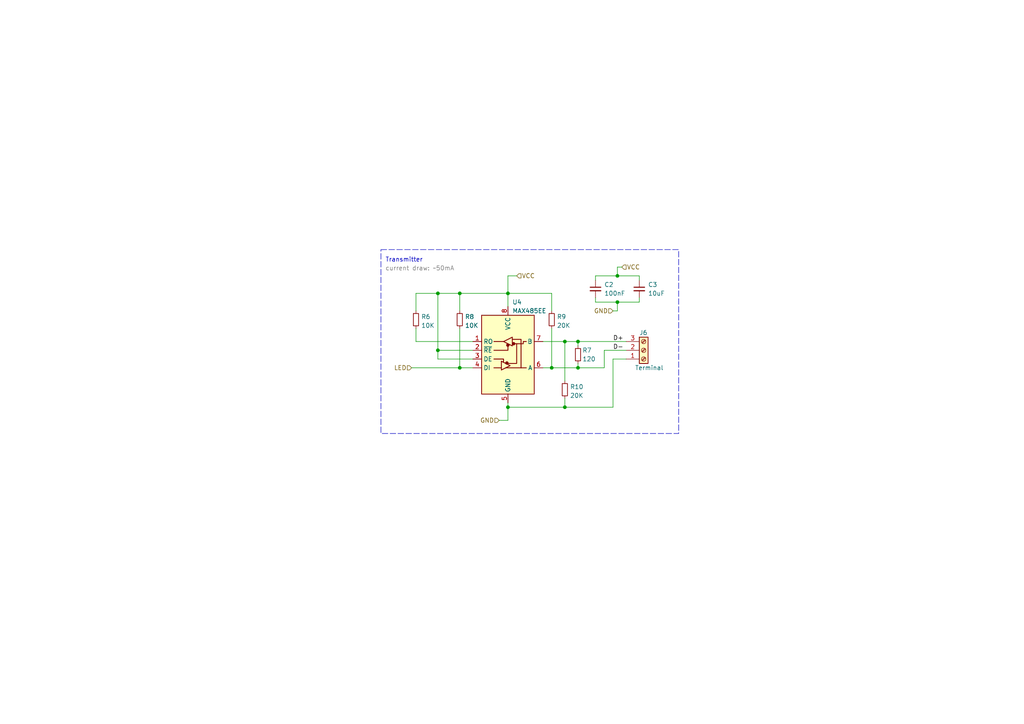
<source format=kicad_sch>
(kicad_sch (version 20230121) (generator eeschema)
  (paper "A4")
  (lib_symbols
    (symbol "Connector:Screw_Terminal_01x03" (pin_names (offset 1.016) hide)
      (property "Reference" "J" (at 0 5.08 0))
      (property "Value" "Screw_Terminal_01x03" (at 0 -5.08 0))
      (symbol "Screw_Terminal_01x03_1_1"
        (rectangle (start -1.27 3.81) (end 1.27 -3.81) (stroke (width 0.254)) (fill (type background)))
        (circle (center 0 -2.54) (radius 0.635) (stroke (width 0.1524)))
        (polyline (pts (xy -0.5334 -2.2098) (xy 0.3302 -3.048)) (stroke (width 0.1524)))
        (polyline (pts (xy -0.5334 0.3302) (xy 0.3302 -0.508)) (stroke (width 0.1524)))
        (polyline (pts (xy -0.5334 2.8702) (xy 0.3302 2.032)) (stroke (width 0.1524)))
        (polyline (pts (xy -0.3556 -2.032) (xy 0.508 -2.8702)) (stroke (width 0.1524)))
        (polyline (pts (xy -0.3556 0.508) (xy 0.508 -0.3302)) (stroke (width 0.1524)))
        (polyline (pts (xy -0.3556 3.048) (xy 0.508 2.2098)) (stroke (width 0.1524)))
        (circle (center 0 0) (radius 0.635) (stroke (width 0.1524)))
        (circle (center 0 2.54) (radius 0.635) (stroke (width 0.1524)))
        (pin passive line (at -5.08 2.54 0) (length 3.81) (name "Pin_1") (number "1"))
        (pin passive line (at -5.08 0 0) (length 3.81) (name "Pin_2") (number "2"))
        (pin passive line (at -5.08 -2.54 0) (length 3.81) (name "Pin_3") (number "3"))
      )
    )
    (symbol "Device:C_Small" (pin_numbers hide) (pin_names (offset 0.254) hide)
      (property "Reference" "C" (at 0.254 1.778 0))
      (property "Value" "C_Small" (at 0.254 -2.032 0))
      (symbol "C_Small_0_1"
        (polyline (pts (xy -1.524 -0.508) (xy 1.524 -0.508)) (stroke (width 0.3302)))
        (polyline (pts (xy -1.524 0.508) (xy 1.524 0.508)) (stroke (width 0.3048)))
      )
      (symbol "C_Small_1_1"
        (pin passive line (at 0 2.54 270) (length 2.032) (name "~") (number "1"))
        (pin passive line (at 0 -2.54 90) (length 2.032) (name "~") (number "2"))
      )
    )
    (symbol "Device:R_Small" (pin_numbers hide) (pin_names (offset 0.254) hide)
      (property "Reference" "R" (at 0.762 0.508 0))
      (property "Value" "R_Small" (at 0.762 -1.016 0))
      (symbol "R_Small_0_1"
        (rectangle (start -0.762 1.778) (end 0.762 -1.778) (stroke (width 0.2032)))
      )
      (symbol "R_Small_1_1"
        (pin passive line (at 0 2.54 270) (length 0.762) (name "~") (number "1"))
        (pin passive line (at 0 -2.54 90) (length 0.762) (name "~") (number "2"))
      )
    )
    (symbol "Interface_UART:MAX485E"
      (property "Reference" "U" (at -6.096 11.43 0))
      (property "Value" "MAX485E" (at 0.762 11.43 0))
      (symbol "MAX485E_0_1"
        (rectangle (start -7.62 10.16) (end 7.62 -12.7) (stroke (width 0.254)) (fill (type background)))
        (circle (center -0.3048 -3.683) (radius 0.3556) (stroke (width 0.254)) (fill (type outline)))
        (circle (center -0.0254 1.4986) (radius 0.3556) (stroke (width 0.254)) (fill (type outline)))
        (polyline (pts (xy -4.064 -5.08) (xy -1.905 -5.08)) (stroke (width 0.254)))
        (polyline (pts (xy -4.064 2.54) (xy -1.27 2.54)) (stroke (width 0.254)))
        (polyline (pts (xy -1.27 -3.2004) (xy -1.27 -3.4544)) (stroke (width 0.254)))
        (polyline (pts (xy -0.635 -5.08) (xy 5.334 -5.08)) (stroke (width 0.254)))
        (polyline (pts (xy -4.064 -2.54) (xy -1.27 -2.54) (xy -1.27 -3.175)) (stroke (width 0.254)))
        (polyline (pts (xy 0 1.27) (xy 0 0) (xy -4.064 0)) (stroke (width 0.254)))
        (polyline (pts (xy 1.27 3.175) (xy 3.81 3.175) (xy 3.81 -5.08)) (stroke (width 0.254)))
        (polyline (pts (xy 2.54 1.905) (xy 2.54 -3.81) (xy 0 -3.81)) (stroke (width 0.254)))
        (polyline (pts (xy -1.905 -3.175) (xy -1.905 -5.715) (xy 0.635 -4.445) (xy -1.905 -3.175)) (stroke (width 0.254)))
        (polyline (pts (xy -1.27 2.54) (xy 1.27 3.81) (xy 1.27 1.27) (xy -1.27 2.54)) (stroke (width 0.254)))
        (polyline (pts (xy 1.905 1.905) (xy 4.445 1.905) (xy 4.445 2.54) (xy 5.334 2.54)) (stroke (width 0.254)))
        (rectangle (start 1.27 3.175) (end 1.27 3.175))
        (circle (center 1.651 1.905) (radius 0.3556) (stroke (width 0.254)) (fill (type outline)))
      )
      (symbol "MAX485E_1_1"
        (pin output line (at -10.16 2.54 0) (length 2.54) (name "RO") (number "1"))
        (pin input line (at -10.16 0 0) (length 2.54) (name "~{RE}") (number "2"))
        (pin input line (at -10.16 -2.54 0) (length 2.54) (name "DE") (number "3"))
        (pin input line (at -10.16 -5.08 0) (length 2.54) (name "DI") (number "4"))
        (pin power_in line (at 0 -15.24 90) (length 2.54) (name "GND") (number "5"))
        (pin bidirectional line (at 10.16 -5.08 180) (length 2.54) (name "A") (number "6"))
        (pin bidirectional line (at 10.16 2.54 180) (length 2.54) (name "B") (number "7"))
        (pin power_in line (at 0 12.7 270) (length 2.54) (name "VCC") (number "8"))
      )
    )
  )
  (junction (at 147.32 118.11))
  (junction (at 133.35 85.09))
  (junction (at 163.83 118.11))
  (junction (at 167.64 106.68))
  (junction (at 147.32 85.09))
  (junction (at 133.35 106.68))
  (junction (at 167.64 99.06))
  (junction (at 179.07 80.01))
  (junction (at 127 101.6))
  (junction (at 127 85.09))
  (junction (at 179.07 87.63))
  (junction (at 163.83 99.06))
  (junction (at 160.02 106.68))
  (wire (pts (xy 175.26 106.68) (xy 175.26 101.6)))
  (wire (pts (xy 133.35 95.25) (xy 133.35 106.68)))
  (wire (pts (xy 157.48 99.06) (xy 163.83 99.06)))
  (wire (pts (xy 163.83 115.57) (xy 163.83 118.11)))
  (wire (pts (xy 167.64 106.68) (xy 175.26 106.68)))
  (wire (pts (xy 172.72 87.63) (xy 172.72 86.36)))
  (wire (pts (xy 167.64 99.06) (xy 181.61 99.06)))
  (wire (pts (xy 172.72 80.01) (xy 179.07 80.01)))
  (wire (pts (xy 179.07 87.63) (xy 185.42 87.63)))
  (wire (pts (xy 120.65 95.25) (xy 120.65 99.06)))
  (wire (pts (xy 144.78 121.92) (xy 147.32 121.92)))
  (wire (pts (xy 133.35 106.68) (xy 137.16 106.68)))
  (wire (pts (xy 157.48 106.68) (xy 160.02 106.68)))
  (wire (pts (xy 167.64 105.41) (xy 167.64 106.68)))
  (wire (pts (xy 177.8 104.14) (xy 177.8 118.11)))
  (wire (pts (xy 120.65 90.17) (xy 120.65 85.09)))
  (wire (pts (xy 179.07 90.17) (xy 179.07 87.63)))
  (wire (pts (xy 179.07 77.47) (xy 179.07 80.01)))
  (wire (pts (xy 185.42 80.01) (xy 185.42 81.28)))
  (wire (pts (xy 147.32 118.11) (xy 163.83 118.11)))
  (wire (pts (xy 160.02 106.68) (xy 167.64 106.68)))
  (wire (pts (xy 127 85.09) (xy 127 101.6)))
  (wire (pts (xy 163.83 99.06) (xy 167.64 99.06)))
  (wire (pts (xy 180.34 77.47) (xy 179.07 77.47)))
  (wire (pts (xy 172.72 80.01) (xy 172.72 81.28)))
  (wire (pts (xy 147.32 118.11) (xy 147.32 121.92)))
  (wire (pts (xy 119.38 106.68) (xy 133.35 106.68)))
  (wire (pts (xy 127 101.6) (xy 137.16 101.6)))
  (wire (pts (xy 160.02 90.17) (xy 160.02 85.09)))
  (wire (pts (xy 147.32 85.09) (xy 160.02 85.09)))
  (wire (pts (xy 177.8 118.11) (xy 163.83 118.11)))
  (wire (pts (xy 172.72 87.63) (xy 179.07 87.63)))
  (wire (pts (xy 147.32 80.01) (xy 149.86 80.01)))
  (wire (pts (xy 133.35 85.09) (xy 133.35 90.17)))
  (wire (pts (xy 160.02 95.25) (xy 160.02 106.68)))
  (wire (pts (xy 177.8 90.17) (xy 179.07 90.17)))
  (wire (pts (xy 167.64 99.06) (xy 167.64 100.33)))
  (wire (pts (xy 175.26 101.6) (xy 181.61 101.6)))
  (wire (pts (xy 179.07 80.01) (xy 185.42 80.01)))
  (wire (pts (xy 181.61 104.14) (xy 177.8 104.14)))
  (wire (pts (xy 163.83 99.06) (xy 163.83 110.49)))
  (wire (pts (xy 127 104.14) (xy 137.16 104.14)))
  (wire (pts (xy 120.65 85.09) (xy 127 85.09)))
  (wire (pts (xy 185.42 87.63) (xy 185.42 86.36)))
  (wire (pts (xy 120.65 99.06) (xy 137.16 99.06)))
  (wire (pts (xy 127 101.6) (xy 127 104.14)))
  (wire (pts (xy 147.32 85.09) (xy 147.32 88.9)))
  (wire (pts (xy 133.35 85.09) (xy 147.32 85.09)))
  (wire (pts (xy 127 85.09) (xy 133.35 85.09)))
  (wire (pts (xy 147.32 80.01) (xy 147.32 85.09)))
  (wire (pts (xy 147.32 118.11) (xy 147.32 116.84)))
  (rectangle (start 110.49 72.39) (end 196.85 125.73) (stroke (width 0) (type dash)))
  (text "Transmitter" (at 111.76 76.2 0) (effects (font (size 1.27 1.27)) (justify left bottom)))
  (text "current draw: ~50mA" (at 111.76 78.74 0) (effects (font (size 1.27 1.27)) (justify left bottom)))
  (label "D-" (at 177.8 101.6 0))
  (label "D+" (at 177.8 99.06 0))
  (hierarchical_label "LED" (shape input) (at 119.38 106.68 180))
  (hierarchical_label "GND" (shape input) (at 177.8 90.17 180))
  (hierarchical_label "VCC" (shape input) (at 149.86 80.01 0))
  (hierarchical_label "VCC" (shape input) (at 180.34 77.47 0))
  (hierarchical_label "GND" (shape input) (at 144.78 121.92 180))
  (symbol (lib_id "Device:C_Small") (at 172.72 83.82 0) (unit 1)
    (property "Reference" "C2" (at 175.26 82.5563 0) (effects (justify left)))
    (property "Value" "100nF" (at 175.26 85.0963 0) (effects (justify left)))
    (property "Footprint" "Capacitor_SMD:C_0603_1608Metric" (effects hide))
    (instances (project "rp2040-led-board-schematics" (path "" (reference "C2") (unit 1))) (project "rp2040-led-board-schematics-v01" (path "" (reference "C5") (unit 1)) (path "" (reference "C6") (unit 1)) (path "" (reference "C9") (unit 1)) (path "" (reference "C17") (unit 1)) (path "" (reference "C42") (unit 1)) (path "" (reference "C45") (unit 1)) (path "" (reference "C37") (unit 1)) (path "" (reference "C27") (unit 1))) (project "electronics_v03---smt" (path "" (reference "C2") (unit 1))))
  )
  (symbol (lib_id "Connector:Screw_Terminal_01x03") (at 186.69 101.6 0) (mirror x) (unit 1)
    (property "Reference" "J6" (at 185.42 96.52 0) (effects (justify left)))
    (property "Value" "Terminal" (at 184.15 106.68 0) (effects (justify left)))
    (property "Footprint" "Frangitron:ScrewTerminal_01x03_5.08_Amphenol" (effects hide))
    (property "URL" "https://www.mouser.fr/ProductDetail/Amphenol-Anytek/VI0321550000G?qs=Mv7BduZupUjI2aG91xVokw%3D%3D" (effects hide))
    (instances (project "rp2040-led-board-schematics-v01" (path "" (reference "J6") (unit 1)) (path "" (reference "J7") (unit 1)) (path "" (reference "J8") (unit 1)) (path "" (reference "J10") (unit 1)) (path "" (reference "J20") (unit 1)) (path "" (reference "J21") (unit 1)) (path "" (reference "J22") (unit 1)) (path "" (reference "J19") (unit 1))))
  )
  (symbol (lib_id "Device:R_Small") (at 120.65 92.71 0) (unit 1)
    (property "Reference" "R6" (at 122.1486 91.8753 0) (effects (justify left)))
    (property "Value" "10K" (at 122.1486 94.4122 0) (effects (justify left)))
    (property "Footprint" "Resistor_SMD:R_0402_1005Metric" (effects hide))
    (instances (project "rp2040-led-board-schematics" (path "" (reference "R6") (unit 1))) (project "rp2040-led-board-schematics-v01" (path "" (reference "R2") (unit 1)) (path "" (reference "R6") (unit 1)) (path "" (reference "R12") (unit 1)) (path "" (reference "R24") (unit 1)) (path "" (reference "R67") (unit 1)) (path "" (reference "R69") (unit 1)) (path "" (reference "R50") (unit 1)) (path "" (reference "R45") (unit 1))) (project "electronics_v03---smt" (path "" (reference "R1") (unit 1))))
  )
  (symbol (lib_id "Device:C_Small") (at 185.42 83.82 0) (unit 1)
    (property "Reference" "C3" (at 187.96 82.5563 0) (effects (justify left)))
    (property "Value" "10uF" (at 187.96 85.0963 0) (effects (justify left)))
    (property "Footprint" "Capacitor_SMD:C_0402_1005Metric" (effects hide))
    (instances (project "rp2040-led-board-schematics" (path "" (reference "C3") (unit 1))) (project "rp2040-led-board-schematics-v01" (path "" (reference "C4") (unit 1)) (path "" (reference "C7") (unit 1)) (path "" (reference "C8") (unit 1)) (path "" (reference "C18") (unit 1)) (path "" (reference "C43") (unit 1)) (path "" (reference "C44") (unit 1)) (path "" (reference "C46") (unit 1)) (path "" (reference "C28") (unit 1))) (project "electronics_v03---smt" (path "" (reference "C2") (unit 1))))
  )
  (symbol (lib_id "Device:R_Small") (at 163.83 113.03 0) (unit 1)
    (property "Reference" "R10" (at 165.3286 112.1953 0) (effects (justify left)))
    (property "Value" "20K" (at 165.3286 114.7322 0) (effects (justify left)))
    (property "Footprint" "Resistor_SMD:R_0402_1005Metric" (effects hide))
    (instances (project "rp2040-led-board-schematics" (path "" (reference "R10") (unit 1))) (project "rp2040-led-board-schematics-v01" (path "" (reference "R7") (unit 1)) (path "" (reference "R8") (unit 1)) (path "" (reference "R14") (unit 1)) (path "" (reference "R25") (unit 1)) (path "" (reference "R66") (unit 1)) (path "" (reference "R68") (unit 1)) (path "" (reference "R70") (unit 1)) (path "" (reference "R49") (unit 1))) (project "electronics_v03---smt" (path "" (reference "R14") (unit 1))))
  )
  (symbol (lib_id "Device:R_Small") (at 133.35 92.71 0) (unit 1)
    (property "Reference" "R8" (at 134.8486 91.8753 0) (effects (justify left)))
    (property "Value" "10K" (at 134.8486 94.4122 0) (effects (justify left)))
    (property "Footprint" "Resistor_SMD:R_0402_1005Metric" (effects hide))
    (instances (project "rp2040-led-board-schematics" (path "" (reference "R8") (unit 1))) (project "rp2040-led-board-schematics-v01" (path "" (reference "R1") (unit 1)) (path "" (reference "R5") (unit 1)) (path "" (reference "R11") (unit 1)) (path "" (reference "R42") (unit 1)) (path "" (reference "R62") (unit 1)) (path "" (reference "R65") (unit 1)) (path "" (reference "R51") (unit 1)) (path "" (reference "R46") (unit 1))) (project "electronics_v03---smt" (path "" (reference "R4") (unit 1))))
  )
  (symbol (lib_id "Device:R_Small") (at 167.64 102.87 0) (unit 1)
    (property "Reference" "R7" (at 168.91 101.6 0) (effects (justify left)))
    (property "Value" "120" (at 168.91 104.14 0) (effects (justify left)))
    (property "Footprint" "Resistor_SMD:R_0402_1005Metric" (effects hide))
    (instances (project "rp2040-led-board-schematics" (path "" (reference "R7") (unit 1))) (project "rp2040-led-board-schematics-v01" (path "" (reference "R3") (unit 1)) (path "" (reference "R10") (unit 1)) (path "" (reference "R13") (unit 1)) (path "" (reference "R44") (unit 1)) (path "" (reference "R60") (unit 1)) (path "" (reference "R64") (unit 1)) (path "" (reference "R72") (unit 1)) (path "" (reference "R48") (unit 1))) (project "electronics_v03---smt" (path "" (reference "R5") (unit 1))))
  )
  (symbol (lib_id "Interface_UART:MAX485E") (at 147.32 101.6 0) (unit 1)
    (property "Reference" "U4" (at 148.59 87.63 0) (effects (justify left)))
    (property "Value" "MAX485EE" (at 148.59 90.17 0) (effects (justify left)))
    (property "Footprint" "Package_SO:SOIC-8_3.9x4.9mm_P1.27mm" (effects hide))
    (property "Datasheet" "https://datasheets.maximintegrated.com/en/ds/MAX1487E-MAX491E.pdf" (effects hide))
    (instances (project "rp2040-led-board-schematics" (path "" (reference "U4") (unit 1))) (project "rp2040-led-board-schematics-v01" (path "" (reference "U6") (unit 1)) (path "" (reference "U7") (unit 1)) (path "" (reference "U8") (unit 1)) (path "" (reference "U13") (unit 1)) (path "" (reference "U21") (unit 1)) (path "" (reference "U22") (unit 1)) (path "" (reference "U16") (unit 1)) (path "" (reference "U15") (unit 1))))
  )
  (symbol (lib_id "Device:R_Small") (at 160.02 92.71 0) (unit 1)
    (property "Reference" "R9" (at 161.5186 91.8753 0) (effects (justify left)))
    (property "Value" "20K" (at 161.5186 94.4122 0) (effects (justify left)))
    (property "Footprint" "Resistor_SMD:R_0402_1005Metric" (effects hide))
    (instances (project "rp2040-led-board-schematics" (path "" (reference "R9") (unit 1))) (project "rp2040-led-board-schematics-v01" (path "" (reference "R4") (unit 1)) (path "" (reference "R9") (unit 1)) (path "" (reference "R15") (unit 1)) (path "" (reference "R43") (unit 1)) (path "" (reference "R61") (unit 1)) (path "" (reference "R63") (unit 1)) (path "" (reference "R71") (unit 1)) (path "" (reference "R47") (unit 1))) (project "electronics_v03---smt" (path "" (reference "R5") (unit 1))))
  )
)
</source>
